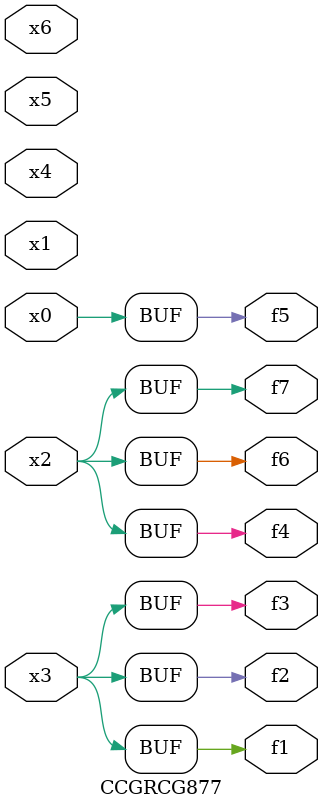
<source format=v>
module CCGRCG877(
	input x0, x1, x2, x3, x4, x5, x6,
	output f1, f2, f3, f4, f5, f6, f7
);
	assign f1 = x3;
	assign f2 = x3;
	assign f3 = x3;
	assign f4 = x2;
	assign f5 = x0;
	assign f6 = x2;
	assign f7 = x2;
endmodule

</source>
